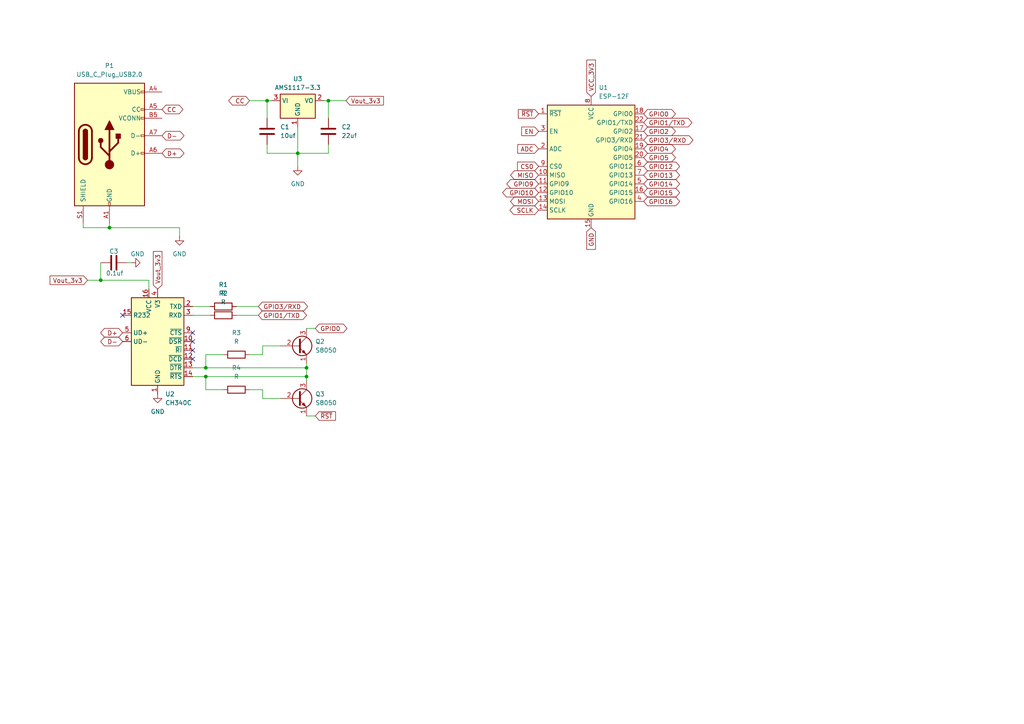
<source format=kicad_sch>
(kicad_sch (version 20231120) (generator "eeschema") (generator_version "8.0")
  (paper "A4")
  (title_block (title "ESP8266-controller") (date "2025-02-22") (company "xero.pcb"))
  (lib_symbols
    (symbol "Connector:USB_C_Plug_USB2.0" (pin_names (offset 1.016))
      (property "Reference" "P" (at -10.16 19.05 0))
      (property "Value" "USB_C_Plug_USB2.0" (at 12.7 19.05 0))
      (symbol "USB_C_Plug_USB2.0_0_0"
        (rectangle (start -0.254 -17.78) (end 0.254 -16.764))
        (rectangle (start 10.16 -2.286) (end 9.144 -2.794))
        (rectangle (start 10.16 2.794) (end 9.144 2.286))
        (rectangle (start 10.16 7.874) (end 9.144 7.366))
        (rectangle (start 10.16 10.414) (end 9.144 9.906))
        (rectangle (start 10.16 15.494) (end 9.144 14.986))
      )
      (symbol "USB_C_Plug_USB2.0_0_1"
        (rectangle (start -10.16 17.78) (end 10.16 -17.78) (stroke (width 0.254)) (fill (type background)))
        (arc (start -8.89 -3.81) (mid -6.985 -5.7067) (end -5.08 -3.81) (stroke (width 0.508)))
        (arc (start -7.62 -3.81) (mid -6.985 -4.4423) (end -6.35 -3.81) (stroke (width 0.254)))
        (arc (start -7.62 -3.81) (mid -6.985 -4.4423) (end -6.35 -3.81) (stroke (width 0.254)) (fill (type outline)))
        (rectangle (start -7.62 -3.81) (end -6.35 3.81) (stroke (width 0.254)) (fill (type outline)))
        (arc (start -6.35 3.81) (mid -6.985 4.4423) (end -7.62 3.81) (stroke (width 0.254)))
        (arc (start -6.35 3.81) (mid -6.985 4.4423) (end -7.62 3.81) (stroke (width 0.254)) (fill (type outline)))
        (arc (start -5.08 3.81) (mid -6.985 5.7067) (end -8.89 3.81) (stroke (width 0.508)))
        (circle (center -2.54 1.143) (radius 0.635) (stroke (width 0.254)) (fill (type outline)))
        (circle (center 0 -5.842) (radius 1.27) (fill (type outline)))
        (polyline (pts (xy -8.89 -3.81) (xy -8.89 3.81)) (stroke (width 0.508)))
        (polyline (pts (xy -5.08 3.81) (xy -5.08 -3.81)) (stroke (width 0.508)))
        (polyline (pts (xy 0 -5.842) (xy 0 4.318)) (stroke (width 0.508)))
        (polyline (pts (xy 0 -3.302) (xy -2.54 -0.762) (xy -2.54 0.508)) (stroke (width 0.508)))
        (polyline (pts (xy 0 -2.032) (xy 2.54 0.508) (xy 2.54 1.778)) (stroke (width 0.508)))
        (polyline (pts (xy -1.27 4.318) (xy 0 6.858) (xy 1.27 4.318) (xy -1.27 4.318)) (stroke (width 0.254)) (fill (type outline)))
        (rectangle (start 1.905 1.778) (end 3.175 3.048) (stroke (width 0.254)) (fill (type outline)))
      )
      (symbol "USB_C_Plug_USB2.0_1_1"
        (pin passive line (at 0 -22.86 90) (length 5.08) (name "GND") (number "A1"))
        (pin passive line (at 0 -22.86 90) (length 5.08) hide (name "GND") (number "A12"))
        (pin passive line (at 15.24 15.24 180) (length 5.08) (name "VBUS") (number "A4"))
        (pin bidirectional line (at 15.24 10.16 180) (length 5.08) (name "CC") (number "A5"))
        (pin bidirectional line (at 15.24 -2.54 180) (length 5.08) (name "D+") (number "A6"))
        (pin bidirectional line (at 15.24 2.54 180) (length 5.08) (name "D-") (number "A7"))
        (pin passive line (at 15.24 15.24 180) (length 5.08) hide (name "VBUS") (number "A9"))
        (pin passive line (at 0 -22.86 90) (length 5.08) hide (name "GND") (number "B1"))
        (pin passive line (at 0 -22.86 90) (length 5.08) hide (name "GND") (number "B12"))
        (pin passive line (at 15.24 15.24 180) (length 5.08) hide (name "VBUS") (number "B4"))
        (pin bidirectional line (at 15.24 7.62 180) (length 5.08) (name "VCONN") (number "B5"))
        (pin passive line (at 15.24 15.24 180) (length 5.08) hide (name "VBUS") (number "B9"))
        (pin passive line (at -7.62 -22.86 90) (length 5.08) (name "SHIELD") (number "S1"))
      )
    )
    (symbol "Device:C" (pin_numbers hide) (pin_names (offset 0.254))
      (property "Reference" "C" (at 0.635 2.54 0))
      (property "Value" "C" (at 0.635 -2.54 0))
      (symbol "C_0_1"
        (polyline (pts (xy -2.032 -0.762) (xy 2.032 -0.762)) (stroke (width 0.508)))
        (polyline (pts (xy -2.032 0.762) (xy 2.032 0.762)) (stroke (width 0.508)))
      )
      (symbol "C_1_1"
        (pin passive line (at 0 3.81 270) (length 2.794) (name "~") (number "1"))
        (pin passive line (at 0 -3.81 90) (length 2.794) (name "~") (number "2"))
      )
    )
    (symbol "Device:R" (pin_numbers hide) (pin_names (offset 0))
      (property "Reference" "R" (at 2.032 0 90))
      (property "Value" "R" (at 0 0 90))
      (symbol "R_0_1"
        (rectangle (start -1.016 -2.54) (end 1.016 2.54) (stroke (width 0.254)))
      )
      (symbol "R_1_1"
        (pin passive line (at 0 3.81 270) (length 1.27) (name "~") (number "1"))
        (pin passive line (at 0 -3.81 90) (length 1.27) (name "~") (number "2"))
      )
    )
    (symbol "Interface_USB:CH340C"
      (property "Reference" "U" (at -5.08 13.97 0))
      (property "Value" "CH340C" (at 1.27 13.97 0))
      (symbol "CH340C_0_1"
        (rectangle (start -7.62 12.7) (end 7.62 -12.7) (stroke (width 0.254)) (fill (type background)))
      )
      (symbol "CH340C_1_1"
        (pin power_in line (at 0 -15.24 90) (length 2.54) (name "GND") (number "1"))
        (pin input line (at 10.16 0 180) (length 2.54) (name "~{DSR}") (number "10"))
        (pin input line (at 10.16 -2.54 180) (length 2.54) (name "~{RI}") (number "11"))
        (pin input line (at 10.16 -5.08 180) (length 2.54) (name "~{DCD}") (number "12"))
        (pin output line (at 10.16 -7.62 180) (length 2.54) (name "~{DTR}") (number "13"))
        (pin output line (at 10.16 -10.16 180) (length 2.54) (name "~{RTS}") (number "14"))
        (pin input line (at -10.16 7.62 0) (length 2.54) (name "R232") (number "15"))
        (pin power_in line (at -2.54 15.24 270) (length 2.54) (name "VCC") (number "16"))
        (pin output line (at 10.16 10.16 180) (length 2.54) (name "TXD") (number "2"))
        (pin input line (at 10.16 7.62 180) (length 2.54) (name "RXD") (number "3"))
        (pin power_out line (at 0 15.24 270) (length 2.54) (name "V3") (number "4"))
        (pin bidirectional line (at -10.16 2.54 0) (length 2.54) (name "UD+") (number "5"))
        (pin bidirectional line (at -10.16 0 0) (length 2.54) (name "UD-") (number "6"))
        (pin no_connect line (at -7.62 -5.08 0) (length 2.54) hide (name "NC") (number "7"))
        (pin no_connect line (at -7.62 -7.62 0) (length 2.54) hide (name "NC") (number "8"))
        (pin input line (at 10.16 2.54 180) (length 2.54) (name "~{CTS}") (number "9"))
      )
    )
    (symbol "RF_Module:ESP-12F"
      (property "Reference" "U" (at -12.7 19.05 0))
      (property "Value" "ESP-12F" (at 12.7 19.05 0))
      (symbol "ESP-12F_0_1"
        (rectangle (start -12.7 17.78) (end 12.7 -15.24) (stroke (width 0.254)) (fill (type background)))
      )
      (symbol "ESP-12F_1_1"
        (pin input line (at -15.24 15.24 0) (length 2.54) (name "~{RST}") (number "1"))
        (pin bidirectional line (at -15.24 -2.54 0) (length 2.54) (name "MISO") (number "10"))
        (pin bidirectional line (at -15.24 -5.08 0) (length 2.54) (name "GPIO9") (number "11"))
        (pin bidirectional line (at -15.24 -7.62 0) (length 2.54) (name "GPIO10") (number "12"))
        (pin bidirectional line (at -15.24 -10.16 0) (length 2.54) (name "MOSI") (number "13"))
        (pin bidirectional line (at -15.24 -12.7 0) (length 2.54) (name "SCLK") (number "14"))
        (pin power_in line (at 0 -17.78 90) (length 2.54) (name "GND") (number "15"))
        (pin bidirectional line (at 15.24 -7.62 180) (length 2.54) (name "GPIO15") (number "16"))
        (pin bidirectional line (at 15.24 10.16 180) (length 2.54) (name "GPIO2") (number "17"))
        (pin bidirectional line (at 15.24 15.24 180) (length 2.54) (name "GPIO0") (number "18"))
        (pin bidirectional line (at 15.24 5.08 180) (length 2.54) (name "GPIO4") (number "19"))
        (pin input line (at -15.24 5.08 0) (length 2.54) (name "ADC") (number "2"))
        (pin bidirectional line (at 15.24 2.54 180) (length 2.54) (name "GPIO5") (number "20"))
        (pin bidirectional line (at 15.24 7.62 180) (length 2.54) (name "GPIO3/RXD") (number "21"))
        (pin bidirectional line (at 15.24 12.7 180) (length 2.54) (name "GPIO1/TXD") (number "22"))
        (pin input line (at -15.24 10.16 0) (length 2.54) (name "EN") (number "3"))
        (pin bidirectional line (at 15.24 -10.16 180) (length 2.54) (name "GPIO16") (number "4"))
        (pin bidirectional line (at 15.24 -5.08 180) (length 2.54) (name "GPIO14") (number "5"))
        (pin bidirectional line (at 15.24 0 180) (length 2.54) (name "GPIO12") (number "6"))
        (pin bidirectional line (at 15.24 -2.54 180) (length 2.54) (name "GPIO13") (number "7"))
        (pin power_in line (at 0 20.32 270) (length 2.54) (name "VCC") (number "8"))
        (pin input line (at -15.24 0 0) (length 2.54) (name "CS0") (number "9"))
      )
    )
    (symbol "Regulator_Linear:AMS1117-3.3"
      (property "Reference" "U" (at -3.81 3.175 0))
      (property "Value" "AMS1117-3.3" (at 0 3.175 0))
      (symbol "AMS1117-3.3_0_1"
        (rectangle (start -5.08 -5.08) (end 5.08 1.905) (stroke (width 0.254)) (fill (type background)))
      )
      (symbol "AMS1117-3.3_1_1"
        (pin power_in line (at 0 -7.62 90) (length 2.54) (name "GND") (number "1"))
        (pin power_out line (at 7.62 0 180) (length 2.54) (name "VO") (number "2"))
        (pin power_in line (at -7.62 0 0) (length 2.54) (name "VI") (number "3"))
      )
    )
    (symbol "Transistor_BJT:S8050" (pin_names (offset 0) hide)
      (property "Reference" "Q" (at 5.08 1.905 0))
      (property "Value" "S8050" (at 5.08 0 0))
      (symbol "S8050_0_1"
        (polyline (pts (xy 0 0) (xy 0.635 0)))
        (polyline (pts (xy 0.635 0.635) (xy 2.54 2.54)))
        (polyline (pts (xy 0.635 -0.635) (xy 2.54 -2.54) (xy 2.54 -2.54)))
        (polyline (pts (xy 0.635 1.905) (xy 0.635 -1.905) (xy 0.635 -1.905)) (stroke (width 0.508)))
        (polyline (pts (xy 1.27 -1.778) (xy 1.778 -1.27) (xy 2.286 -2.286) (xy 1.27 -1.778) (xy 1.27 -1.778)) (fill (type outline)))
        (circle (center 1.27 0) (radius 2.8194) (stroke (width 0.254)))
      )
      (symbol "S8050_1_1"
        (pin passive line (at 2.54 -5.08 90) (length 2.54) (name "E") (number "1"))
        (pin input line (at -5.08 0 0) (length 5.08) (name "B") (number "2"))
        (pin passive line (at 2.54 5.08 270) (length 2.54) (name "C") (number "3"))
      )
    )
    (symbol "power:GND" (power) (pin_numbers hide) (pin_names (offset 0) hide)
      (property "Value" "GND" (at 0 -3.81 0))
      (symbol "GND_0_1"
        (polyline (pts (xy 0 0) (xy 0 -1.27) (xy 1.27 -1.27) (xy 0 -2.54) (xy -1.27 -1.27) (xy 0 -1.27)))
      )
      (symbol "GND_1_1"
        (pin power_in line (at 0 0 270) (length 0) (name "~") (number "1"))
      )
    )
  )
  (junction (at 88.9 109.22))
  (junction (at 59.69 106.68))
  (junction (at 86.36 44.45))
  (junction (at 29.21 81.28))
  (junction (at 88.9 106.68))
  (junction (at 77.47 29.21))
  (junction (at 31.75 66.04))
  (junction (at 95.25 29.21))
  (junction (at 59.69 109.22))
  (no_connect (at 55.88 104.14))
  (no_connect (at 35.56 91.44))
  (no_connect (at 55.88 99.06))
  (no_connect (at 55.88 96.52))
  (no_connect (at 55.88 101.6))
  (wire (pts (xy 86.36 36.83) (xy 86.36 44.45)))
  (wire (pts (xy 95.25 41.91) (xy 95.25 44.45)))
  (wire (pts (xy 59.69 106.68) (xy 55.88 106.68)))
  (wire (pts (xy 60.96 91.44) (xy 55.88 91.44)))
  (wire (pts (xy 25.4 81.28) (xy 29.21 81.28)))
  (wire (pts (xy 81.28 100.33) (xy 76.2 100.33)))
  (wire (pts (xy 74.93 91.44) (xy 68.58 91.44)))
  (wire (pts (xy 31.75 66.04) (xy 52.07 66.04)))
  (wire (pts (xy 77.47 34.29) (xy 77.47 29.21)))
  (wire (pts (xy 52.07 66.04) (xy 52.07 68.58)))
  (wire (pts (xy 88.9 109.22) (xy 88.9 110.49)))
  (wire (pts (xy 91.44 95.25) (xy 88.9 95.25)))
  (wire (pts (xy 59.69 102.87) (xy 59.69 106.68)))
  (wire (pts (xy 95.25 34.29) (xy 95.25 29.21)))
  (wire (pts (xy 91.44 120.65) (xy 88.9 120.65)))
  (wire (pts (xy 77.47 41.91) (xy 77.47 44.45)))
  (wire (pts (xy 60.96 88.9) (xy 55.88 88.9)))
  (wire (pts (xy 29.21 81.28) (xy 43.18 81.28)))
  (wire (pts (xy 76.2 115.57) (xy 76.2 113.03)))
  (wire (pts (xy 95.25 29.21) (xy 93.98 29.21)))
  (wire (pts (xy 24.13 64.77) (xy 24.13 66.04)))
  (wire (pts (xy 95.25 44.45) (xy 86.36 44.45)))
  (wire (pts (xy 64.77 102.87) (xy 59.69 102.87)))
  (wire (pts (xy 24.13 66.04) (xy 31.75 66.04)))
  (wire (pts (xy 88.9 106.68) (xy 59.69 106.68)))
  (wire (pts (xy 76.2 102.87) (xy 72.39 102.87)))
  (wire (pts (xy 31.75 64.77) (xy 31.75 66.04)))
  (wire (pts (xy 59.69 109.22) (xy 55.88 109.22)))
  (wire (pts (xy 77.47 44.45) (xy 86.36 44.45)))
  (wire (pts (xy 77.47 29.21) (xy 78.74 29.21)))
  (wire (pts (xy 72.39 29.21) (xy 77.47 29.21)))
  (wire (pts (xy 76.2 113.03) (xy 72.39 113.03)))
  (wire (pts (xy 95.25 29.21) (xy 100.33 29.21)))
  (wire (pts (xy 74.93 88.9) (xy 68.58 88.9)))
  (wire (pts (xy 64.77 113.03) (xy 59.69 113.03)))
  (wire (pts (xy 88.9 106.68) (xy 88.9 109.22)))
  (wire (pts (xy 43.18 81.28) (xy 43.18 83.82)))
  (wire (pts (xy 38.1 76.2) (xy 36.83 76.2)))
  (wire (pts (xy 86.36 44.45) (xy 86.36 48.26)))
  (wire (pts (xy 29.21 76.2) (xy 29.21 81.28)))
  (wire (pts (xy 59.69 113.03) (xy 59.69 109.22)))
  (wire (pts (xy 81.28 115.57) (xy 76.2 115.57)))
  (wire (pts (xy 76.2 100.33) (xy 76.2 102.87)))
  (wire (pts (xy 88.9 109.22) (xy 59.69 109.22)))
  (wire (pts (xy 88.9 105.41) (xy 88.9 106.68)))
  (global_label "GPIO2" (shape bidirectional) (at 186.69 38.1 0) (property "Intersheetrefs" "${INTERSHEET_REFS}" (effects (hide yes))))
  (global_label "GPIO16" (shape bidirectional) (at 186.69 58.42 0) (property "Intersheetrefs" "${INTERSHEET_REFS}" (effects (hide yes))))
  (global_label "MOSI" (shape bidirectional) (at 156.21 58.42 180) (property "Intersheetrefs" "${INTERSHEET_REFS}" (effects (hide yes))))
  (global_label "GPIO10" (shape bidirectional) (at 156.21 55.88 180) (property "Intersheetrefs" "${INTERSHEET_REFS}" (effects (hide yes))))
  (global_label "GPIO12" (shape bidirectional) (at 186.69 48.26 0) (property "Intersheetrefs" "${INTERSHEET_REFS}" (effects (hide yes))))
  (global_label "GND" (shape input) (at 171.45 66.04 270) (property "Intersheetrefs" "${INTERSHEET_REFS}" (effects (hide yes))))
  (global_label "GPIO0" (shape bidirectional) (at 91.44 95.25 0) (property "Intersheetrefs" "${INTERSHEET_REFS}" (effects (hide yes))))
  (global_label "GPIO3/RXD" (shape bidirectional) (at 186.69 40.64 0) (property "Intersheetrefs" "${INTERSHEET_REFS}" (effects (hide yes))))
  (global_label "GPIO13" (shape bidirectional) (at 186.69 50.8 0) (property "Intersheetrefs" "${INTERSHEET_REFS}" (effects (hide yes))))
  (global_label "D-" (shape bidirectional) (at 46.99 39.37 0) (property "Intersheetrefs" "${INTERSHEET_REFS}" (effects (hide yes))))
  (global_label "Vout_3v3" (shape input) (at 45.72 83.82 90) (property "Intersheetrefs" "${INTERSHEET_REFS}" (effects (hide yes))))
  (global_label "SCLK" (shape bidirectional) (at 156.21 60.96 180) (property "Intersheetrefs" "${INTERSHEET_REFS}" (effects (hide yes))))
  (global_label "Vout_3v3" (shape input) (at 25.4 81.28 180) (property "Intersheetrefs" "${INTERSHEET_REFS}" (effects (hide yes))))
  (global_label "CC" (shape bidirectional) (at 46.99 31.75 0) (property "Intersheetrefs" "${INTERSHEET_REFS}" (effects (hide yes))))
  (global_label "GPIO3/RXD" (shape bidirectional) (at 74.93 88.9 0) (property "Intersheetrefs" "${INTERSHEET_REFS}" (effects (hide yes))))
  (global_label "GPIO0" (shape bidirectional) (at 186.69 33.02 0) (property "Intersheetrefs" "${INTERSHEET_REFS}" (effects (hide yes))))
  (global_label "D+" (shape bidirectional) (at 46.99 44.45 0) (property "Intersheetrefs" "${INTERSHEET_REFS}" (effects (hide yes))))
  (global_label "~{RST}" (shape input) (at 91.44 120.65 0) (property "Intersheetrefs" "${INTERSHEET_REFS}" (effects (hide yes))))
  (global_label "D+" (shape bidirectional) (at 35.56 96.52 180) (property "Intersheetrefs" "${INTERSHEET_REFS}" (effects (hide yes))))
  (global_label "GPIO1/TXD" (shape bidirectional) (at 186.69 35.56 0) (property "Intersheetrefs" "${INTERSHEET_REFS}" (effects (hide yes))))
  (global_label "GPIO9" (shape bidirectional) (at 156.21 53.34 180) (property "Intersheetrefs" "${INTERSHEET_REFS}" (effects (hide yes))))
  (global_label "D-" (shape bidirectional) (at 35.56 99.06 180) (property "Intersheetrefs" "${INTERSHEET_REFS}" (effects (hide yes))))
  (global_label "~{RST}" (shape input) (at 156.21 33.02 180) (property "Intersheetrefs" "${INTERSHEET_REFS}" (effects (hide yes))))
  (global_label "MISO" (shape bidirectional) (at 156.21 50.8 180) (property "Intersheetrefs" "${INTERSHEET_REFS}" (effects (hide yes))))
  (global_label "GPIO1/TXD" (shape bidirectional) (at 74.93 91.44 0) (property "Intersheetrefs" "${INTERSHEET_REFS}" (effects (hide yes))))
  (global_label "GPIO5" (shape bidirectional) (at 186.69 45.72 0) (property "Intersheetrefs" "${INTERSHEET_REFS}" (effects (hide yes))))
  (global_label "Vout_3v3" (shape input) (at 100.33 29.21 0) (property "Intersheetrefs" "${INTERSHEET_REFS}" (effects (hide yes))))
  (global_label "GPIO15" (shape bidirectional) (at 186.69 55.88 0) (property "Intersheetrefs" "${INTERSHEET_REFS}" (effects (hide yes))))
  (global_label "CC" (shape bidirectional) (at 72.39 29.21 180) (property "Intersheetrefs" "${INTERSHEET_REFS}" (effects (hide yes))))
  (global_label "ADC" (shape input) (at 156.21 43.18 180) (property "Intersheetrefs" "${INTERSHEET_REFS}" (effects (hide yes))))
  (global_label "CS0" (shape input) (at 156.21 48.26 180) (property "Intersheetrefs" "${INTERSHEET_REFS}" (effects (hide yes))))
  (global_label "VCC_3V3" (shape input) (at 171.45 27.94 90) (property "Intersheetrefs" "${INTERSHEET_REFS}" (effects (hide yes))))
  (global_label "GPIO14" (shape bidirectional) (at 186.69 53.34 0) (property "Intersheetrefs" "${INTERSHEET_REFS}" (effects (hide yes))))
  (global_label "GPIO4" (shape bidirectional) (at 186.69 43.18 0) (property "Intersheetrefs" "${INTERSHEET_REFS}" (effects (hide yes))))
  (global_label "EN" (shape input) (at 156.21 38.1 180) (property "Intersheetrefs" "${INTERSHEET_REFS}" (effects (hide yes))))
  (symbol (lib_id "Device:R") (at 68.58 102.87 90) (unit 1)
    (property "Reference" "R3" (at 68.58 96.52 90))
    (property "Value" "R" (at 68.58 99.06 90))
    (property "Description" "Resistor" (effects (hide yes)))
  )
  (symbol (lib_id "Transistor_BJT:S8050") (at 86.36 115.57 0) (unit 1)
    (property "Reference" "Q3" (at 91.44 114.2999 0) (effects (justify left)))
    (property "Value" "S8050" (at 91.44 116.8399 0) (effects (justify left)))
    (property "Footprint" "Package_TO_SOT_THT:TO-92_Inline" (effects (hide yes)))
    (property "Datasheet" "http://www.unisonic.com.tw/datasheet/S8050.pdf" (effects (hide yes)))
    (property "Description" "0.7A Ic, 20V Vce, Low Voltage High Current NPN Transistor, TO-92" (effects (hide yes)))
  )
  (symbol (lib_id "power:GND") (at 52.07 68.58 0) (unit 1)
    (property "Reference" "#PWR01" (effects (hide yes)))
    (property "Value" "GND" (at 52.07 73.66 0))
    (property "Description" "Power symbol creates a global label with name \"GND\" , ground" (effects (hide yes)))
  )
  (symbol (lib_id "Device:R") (at 68.58 113.03 90) (unit 1)
    (property "Reference" "R4" (at 68.58 106.68 90))
    (property "Value" "R" (at 68.58 109.22 90))
    (property "Description" "Resistor" (effects (hide yes)))
  )
  (symbol (lib_id "Regulator_Linear:AMS1117-3.3") (at 86.36 29.21 0) (unit 1)
    (property "Reference" "U3" (at 86.36 22.86 0))
    (property "Value" "AMS1117-3.3" (at 86.36 25.4 0))
    (property "Footprint" "Package_TO_SOT_SMD:SOT-223-3_TabPin2" (effects (hide yes)))
    (property "Datasheet" "http://www.advanced-monolithic.com/pdf/ds1117.pdf" (effects (hide yes)))
    (property "Description" "1A Low Dropout regulator, positive, 3.3V fixed output, SOT-223" (effects (hide yes)))
  )
  (symbol (lib_id "Interface_USB:CH340C") (at 45.72 99.06 0) (unit 1)
    (property "Reference" "U2" (at 47.9141 114.3 0) (effects (justify left)))
    (property "Value" "CH340C" (at 47.9141 116.84 0) (effects (justify left)))
    (property "Footprint" "Package_SO:SOIC-16_3.9x9.9mm_P1.27mm" (effects (hide yes)))
    (property "Datasheet" "https://datasheet.lcsc.com/szlcsc/Jiangsu-Qin-Heng-CH340C_C84681.pdf" (effects (hide yes)))
    (property "Description" "USB serial converter, crystal-less, UART, SOIC-16" (effects (hide yes)))
  )
  (symbol (lib_id "Device:C") (at 33.02 76.2 90) (unit 1)
    (property "Reference" "C3" (at 33.02 72.898 90))
    (property "Value" "0.1uf" (at 33.274 79.248 90))
    (property "Description" "Unpolarized capacitor" (effects (hide yes)))
  )
  (symbol (lib_id "RF_Module:ESP-12F") (at 171.45 48.26 0) (unit 1)
    (property "Reference" "U1" (at 173.6441 25.4 0) (effects (justify left)))
    (property "Value" "ESP-12F" (at 173.6441 27.94 0) (effects (justify left)))
    (property "Footprint" "RF_Module:ESP-12E" (effects (hide yes)))
    (property "Datasheet" "http://wiki.ai-thinker.com/_media/esp8266/esp8266_series_modules_user_manual_v1.1.pdf" (effects (hide yes)))
    (property "Description" "802.11 b/g/n Wi-Fi Module" (effects (hide yes)))
  )
  (symbol (lib_id "Connector:USB_C_Plug_USB2.0") (at 31.75 41.91 0) (unit 1)
    (property "Reference" "P1" (at 31.75 19.05 0))
    (property "Value" "USB_C_Plug_USB2.0" (at 31.75 21.59 0))
    (property "Footprint" "Connector_USB:USB_C_Receptacle_HRO_TYPE-C-31-M-17" (effects (hide yes)))
    (property "Datasheet" "https://www.usb.org/sites/default/files/documents/usb_type-c.zip" (effects (hide yes)))
    (property "Description" "USB 2.0-only Type-C Plug connector" (effects (hide yes)))
  )
  (symbol (lib_id "Device:C") (at 77.47 38.1 0) (unit 1)
    (property "Reference" "C1" (at 81.28 36.8299 0) (effects (justify left)))
    (property "Value" "10uf" (at 81.28 39.3699 0) (effects (justify left)))
    (property "Description" "Unpolarized capacitor" (effects (hide yes)))
  )
  (symbol (lib_id "Device:R") (at 64.77 88.9 90) (unit 1)
    (property "Reference" "R1" (at 64.77 82.55 90))
    (property "Value" "R" (at 64.77 85.09 90))
    (property "Description" "Resistor" (effects (hide yes)))
  )
  (symbol (lib_id "Transistor_BJT:S8050") (at 86.36 100.33 0) (unit 1)
    (property "Reference" "Q2" (at 91.44 99.0599 0) (effects (justify left)))
    (property "Value" "S8050" (at 91.44 101.5999 0) (effects (justify left)))
    (property "Footprint" "Package_TO_SOT_THT:TO-92_Inline" (effects (hide yes)))
    (property "Datasheet" "http://www.unisonic.com.tw/datasheet/S8050.pdf" (effects (hide yes)))
    (property "Description" "0.7A Ic, 20V Vce, Low Voltage High Current NPN Transistor, TO-92" (effects (hide yes)))
  )
  (symbol (lib_id "power:GND") (at 38.1 76.2 90) (unit 1)
    (property "Reference" "#PWR04" (effects (hide yes)))
    (property "Value" "GND" (at 37.846 73.66 90) (effects (justify right)))
    (property "Description" "Power symbol creates a global label with name \"GND\" , ground" (effects (hide yes)))
  )
  (symbol (lib_id "Device:R") (at 64.77 91.44 90) (unit 1)
    (property "Reference" "R2" (at 64.77 85.09 90))
    (property "Value" "R" (at 64.77 87.63 90))
    (property "Description" "Resistor" (effects (hide yes)))
  )
  (symbol (lib_id "power:GND") (at 45.72 114.3 0) (unit 1)
    (property "Reference" "#PWR03" (effects (hide yes)))
    (property "Value" "GND" (at 45.72 119.38 0))
    (property "Description" "Power symbol creates a global label with name \"GND\" , ground" (effects (hide yes)))
  )
  (symbol (lib_id "power:GND") (at 86.36 48.26 0) (unit 1)
    (property "Reference" "#PWR02" (effects (hide yes)))
    (property "Value" "GND" (at 86.36 53.34 0))
    (property "Description" "Power symbol creates a global label with name \"GND\" , ground" (effects (hide yes)))
  )
  (symbol (lib_id "Device:C") (at 95.25 38.1 0) (unit 1)
    (property "Reference" "C2" (at 99.06 36.8299 0) (effects (justify left)))
    (property "Value" "22uf" (at 99.06 39.3699 0) (effects (justify left)))
    (property "Description" "Unpolarized capacitor" (effects (hide yes)))
  )
)
</source>
